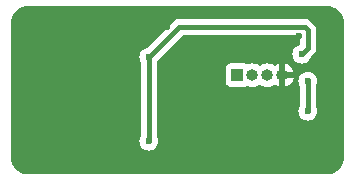
<source format=gbr>
%TF.GenerationSoftware,KiCad,Pcbnew,8.0.6*%
%TF.CreationDate,2024-12-25T17:09:27-08:00*%
%TF.ProjectId,USB_LED_Controller,5553425f-4c45-4445-9f43-6f6e74726f6c,rev?*%
%TF.SameCoordinates,Original*%
%TF.FileFunction,Copper,L2,Bot*%
%TF.FilePolarity,Positive*%
%FSLAX46Y46*%
G04 Gerber Fmt 4.6, Leading zero omitted, Abs format (unit mm)*
G04 Created by KiCad (PCBNEW 8.0.6) date 2024-12-25 17:09:27*
%MOMM*%
%LPD*%
G01*
G04 APERTURE LIST*
%TA.AperFunction,ComponentPad*%
%ADD10R,1.000000X1.000000*%
%TD*%
%TA.AperFunction,ComponentPad*%
%ADD11O,1.000000X1.000000*%
%TD*%
%TA.AperFunction,ViaPad*%
%ADD12C,0.600000*%
%TD*%
%TA.AperFunction,Conductor*%
%ADD13C,0.400000*%
%TD*%
G04 APERTURE END LIST*
D10*
%TO.P,J1,1,Pin_1*%
%TO.N,SWCLK*%
X86995000Y-69850000D03*
D11*
%TO.P,J1,2,Pin_2*%
%TO.N,SWDIO*%
X88265000Y-69850000D03*
%TO.P,J1,3,Pin_3*%
%TO.N,+3.3V*%
X89535000Y-69850000D03*
%TO.P,J1,4,Pin_4*%
%TO.N,GND*%
X90805000Y-69850000D03*
%TD*%
D12*
%TO.N,GND*%
X80772000Y-75692000D03*
X93980000Y-73152000D03*
X84582000Y-67310000D03*
X81026000Y-65786000D03*
X92202000Y-66548000D03*
%TO.N,Net-(Q1-D)*%
X92964000Y-70358000D03*
X92964000Y-72898000D03*
%TO.N,+5V*%
X92456000Y-68072000D03*
X79502000Y-68326000D03*
X79502000Y-75438000D03*
%TD*%
D13*
%TO.N,+5V*%
X92964000Y-67564000D02*
X92456000Y-68072000D01*
X92710000Y-65786000D02*
X92964000Y-66040000D01*
X82042000Y-65786000D02*
X92710000Y-65786000D01*
X92964000Y-66040000D02*
X92964000Y-67564000D01*
X79502000Y-68326000D02*
X82042000Y-65786000D01*
%TO.N,Net-(Q1-D)*%
X92964000Y-72898000D02*
X92964000Y-70358000D01*
%TO.N,+5V*%
X79502000Y-75438000D02*
X79502000Y-68326000D01*
%TD*%
%TA.AperFunction,Conductor*%
%TO.N,GND*%
G36*
X94619853Y-64000881D02*
G01*
X94824988Y-64017026D01*
X94844197Y-64020069D01*
X95039531Y-64066964D01*
X95058024Y-64072973D01*
X95210906Y-64136298D01*
X95243615Y-64149847D01*
X95260952Y-64158681D01*
X95432221Y-64263636D01*
X95447962Y-64275073D01*
X95600709Y-64405531D01*
X95614468Y-64419290D01*
X95744926Y-64572037D01*
X95756363Y-64587778D01*
X95861318Y-64759047D01*
X95870152Y-64776384D01*
X95947024Y-64961969D01*
X95953037Y-64980475D01*
X95999929Y-65175797D01*
X96002973Y-65195015D01*
X96019118Y-65400146D01*
X96019500Y-65409875D01*
X96019500Y-76830124D01*
X96019118Y-76839853D01*
X96002973Y-77044984D01*
X95999929Y-77064202D01*
X95953037Y-77259524D01*
X95947024Y-77278030D01*
X95870152Y-77463615D01*
X95861318Y-77480952D01*
X95756363Y-77652221D01*
X95744926Y-77667962D01*
X95614468Y-77820709D01*
X95600709Y-77834468D01*
X95447962Y-77964926D01*
X95432221Y-77976363D01*
X95260952Y-78081318D01*
X95243615Y-78090152D01*
X95058030Y-78167024D01*
X95039524Y-78173037D01*
X94844202Y-78219929D01*
X94824984Y-78222973D01*
X94619854Y-78239118D01*
X94610125Y-78239500D01*
X69219875Y-78239500D01*
X69210146Y-78239118D01*
X69005015Y-78222973D01*
X68985797Y-78219929D01*
X68790475Y-78173037D01*
X68771969Y-78167024D01*
X68586384Y-78090152D01*
X68569047Y-78081318D01*
X68397778Y-77976363D01*
X68382037Y-77964926D01*
X68229290Y-77834468D01*
X68215531Y-77820709D01*
X68085073Y-77667962D01*
X68073636Y-77652221D01*
X67968681Y-77480952D01*
X67959847Y-77463615D01*
X67946298Y-77430906D01*
X67882973Y-77278024D01*
X67876964Y-77259531D01*
X67830069Y-77064197D01*
X67827026Y-77044984D01*
X67810882Y-76839853D01*
X67810500Y-76830124D01*
X67810500Y-68325996D01*
X78696435Y-68325996D01*
X78696435Y-68326003D01*
X78716630Y-68505249D01*
X78716631Y-68505254D01*
X78776212Y-68675525D01*
X78782492Y-68685519D01*
X78801500Y-68751493D01*
X78801500Y-75012507D01*
X78782494Y-75078478D01*
X78776209Y-75088479D01*
X78716633Y-75258737D01*
X78716630Y-75258750D01*
X78696435Y-75437996D01*
X78696435Y-75438003D01*
X78716630Y-75617249D01*
X78716631Y-75617254D01*
X78776211Y-75787523D01*
X78872184Y-75940262D01*
X78999738Y-76067816D01*
X79152478Y-76163789D01*
X79322745Y-76223368D01*
X79322750Y-76223369D01*
X79501996Y-76243565D01*
X79502000Y-76243565D01*
X79502004Y-76243565D01*
X79681249Y-76223369D01*
X79681252Y-76223368D01*
X79681255Y-76223368D01*
X79851522Y-76163789D01*
X80004262Y-76067816D01*
X80131816Y-75940262D01*
X80227789Y-75787522D01*
X80287368Y-75617255D01*
X80307565Y-75438000D01*
X80287368Y-75258745D01*
X80287367Y-75258743D01*
X80287366Y-75258737D01*
X80227790Y-75088479D01*
X80221506Y-75078478D01*
X80202500Y-75012507D01*
X80202500Y-69302135D01*
X85994500Y-69302135D01*
X85994500Y-70397870D01*
X85994501Y-70397876D01*
X86000908Y-70457483D01*
X86051202Y-70592328D01*
X86051206Y-70592335D01*
X86137452Y-70707544D01*
X86137455Y-70707547D01*
X86252664Y-70793793D01*
X86252671Y-70793797D01*
X86387517Y-70844091D01*
X86387516Y-70844091D01*
X86394444Y-70844835D01*
X86447127Y-70850500D01*
X87542872Y-70850499D01*
X87602483Y-70844091D01*
X87737331Y-70793796D01*
X87745379Y-70787770D01*
X87810842Y-70763351D01*
X87874474Y-70776895D01*
X87874645Y-70776483D01*
X87876875Y-70777406D01*
X87878146Y-70777677D01*
X87880273Y-70778814D01*
X88068868Y-70836024D01*
X88265000Y-70855341D01*
X88461132Y-70836024D01*
X88649727Y-70778814D01*
X88823538Y-70685910D01*
X88823544Y-70685904D01*
X88828607Y-70682523D01*
X88829703Y-70684164D01*
X88885639Y-70660405D01*
X88954507Y-70672194D01*
X88971148Y-70682888D01*
X88971393Y-70682523D01*
X88976458Y-70685907D01*
X88976462Y-70685910D01*
X89092192Y-70747769D01*
X89148147Y-70777678D01*
X89150273Y-70778814D01*
X89338868Y-70836024D01*
X89535000Y-70855341D01*
X89731132Y-70836024D01*
X89919727Y-70778814D01*
X90093538Y-70685910D01*
X90093544Y-70685904D01*
X90098607Y-70682523D01*
X90099624Y-70684045D01*
X90156021Y-70660084D01*
X90224890Y-70671866D01*
X90241424Y-70682489D01*
X90241678Y-70682110D01*
X90246738Y-70685491D01*
X90420465Y-70778349D01*
X90555000Y-70819159D01*
X91055000Y-70819159D01*
X91189534Y-70778349D01*
X91363260Y-70685491D01*
X91515528Y-70560528D01*
X91640492Y-70408260D01*
X91640496Y-70408253D01*
X91667359Y-70357996D01*
X92158435Y-70357996D01*
X92158435Y-70358003D01*
X92178630Y-70537249D01*
X92178631Y-70537254D01*
X92238212Y-70707525D01*
X92244492Y-70717519D01*
X92263500Y-70783493D01*
X92263500Y-72472507D01*
X92244494Y-72538478D01*
X92238209Y-72548479D01*
X92178633Y-72718737D01*
X92178630Y-72718750D01*
X92158435Y-72897996D01*
X92158435Y-72898003D01*
X92178630Y-73077249D01*
X92178631Y-73077254D01*
X92238211Y-73247523D01*
X92334184Y-73400262D01*
X92461738Y-73527816D01*
X92614478Y-73623789D01*
X92784745Y-73683368D01*
X92784750Y-73683369D01*
X92963996Y-73703565D01*
X92964000Y-73703565D01*
X92964004Y-73703565D01*
X93143249Y-73683369D01*
X93143252Y-73683368D01*
X93143255Y-73683368D01*
X93313522Y-73623789D01*
X93466262Y-73527816D01*
X93593816Y-73400262D01*
X93689789Y-73247522D01*
X93749368Y-73077255D01*
X93769565Y-72898000D01*
X93749368Y-72718745D01*
X93749367Y-72718743D01*
X93749366Y-72718737D01*
X93689790Y-72548479D01*
X93683506Y-72538478D01*
X93664500Y-72472507D01*
X93664500Y-70783493D01*
X93683508Y-70717519D01*
X93689787Y-70707525D01*
X93689786Y-70707525D01*
X93689789Y-70707522D01*
X93749368Y-70537255D01*
X93769565Y-70358000D01*
X93749368Y-70178745D01*
X93689789Y-70008478D01*
X93593816Y-69855738D01*
X93466262Y-69728184D01*
X93313523Y-69632211D01*
X93143254Y-69572631D01*
X93143249Y-69572630D01*
X92964004Y-69552435D01*
X92963996Y-69552435D01*
X92784750Y-69572630D01*
X92784745Y-69572631D01*
X92614476Y-69632211D01*
X92461737Y-69728184D01*
X92334184Y-69855737D01*
X92238211Y-70008476D01*
X92178631Y-70178745D01*
X92178630Y-70178750D01*
X92158435Y-70357996D01*
X91667359Y-70357996D01*
X91733347Y-70234541D01*
X91774160Y-70100000D01*
X91055000Y-70100000D01*
X91055000Y-70819159D01*
X90555000Y-70819159D01*
X90555000Y-70059618D01*
X90605446Y-70110064D01*
X90679555Y-70152851D01*
X90762213Y-70175000D01*
X90847787Y-70175000D01*
X90930445Y-70152851D01*
X91004554Y-70110064D01*
X91065064Y-70049554D01*
X91107851Y-69975445D01*
X91130000Y-69892787D01*
X91130000Y-69807213D01*
X91107851Y-69724555D01*
X91065064Y-69650446D01*
X91014618Y-69600000D01*
X91055000Y-69600000D01*
X91774160Y-69600000D01*
X91774160Y-69599999D01*
X91733347Y-69465458D01*
X91640496Y-69291746D01*
X91640492Y-69291739D01*
X91515528Y-69139471D01*
X91363260Y-69014507D01*
X91363253Y-69014503D01*
X91189541Y-68921652D01*
X91055000Y-68880839D01*
X91055000Y-69600000D01*
X91014618Y-69600000D01*
X91004554Y-69589936D01*
X90930445Y-69547149D01*
X90847787Y-69525000D01*
X90762213Y-69525000D01*
X90679555Y-69547149D01*
X90605446Y-69589936D01*
X90555000Y-69640382D01*
X90555000Y-68880839D01*
X90554999Y-68880839D01*
X90420458Y-68921652D01*
X90246742Y-69014505D01*
X90241673Y-69017893D01*
X90240556Y-69016221D01*
X90184715Y-69039921D01*
X90115851Y-69028111D01*
X90098811Y-69017158D01*
X90098601Y-69017473D01*
X90093532Y-69014086D01*
X89919733Y-68921188D01*
X89919727Y-68921186D01*
X89731132Y-68863976D01*
X89731129Y-68863975D01*
X89535000Y-68844659D01*
X89338870Y-68863975D01*
X89150266Y-68921188D01*
X88976467Y-69014086D01*
X88971399Y-69017473D01*
X88970305Y-69015836D01*
X88914337Y-69039596D01*
X88845471Y-69027795D01*
X88828843Y-69017109D01*
X88828601Y-69017473D01*
X88823532Y-69014086D01*
X88649733Y-68921188D01*
X88649727Y-68921186D01*
X88461132Y-68863976D01*
X88461129Y-68863975D01*
X88265000Y-68844659D01*
X88068870Y-68863975D01*
X88013278Y-68880839D01*
X87880273Y-68921186D01*
X87880272Y-68921186D01*
X87880267Y-68921188D01*
X87878143Y-68922324D01*
X87876898Y-68922583D01*
X87874641Y-68923518D01*
X87874463Y-68923089D01*
X87809740Y-68936564D01*
X87745382Y-68912231D01*
X87737331Y-68906204D01*
X87737328Y-68906202D01*
X87602482Y-68855908D01*
X87602483Y-68855908D01*
X87542883Y-68849501D01*
X87542881Y-68849500D01*
X87542873Y-68849500D01*
X87542864Y-68849500D01*
X86447129Y-68849500D01*
X86447123Y-68849501D01*
X86387516Y-68855908D01*
X86252671Y-68906202D01*
X86252664Y-68906206D01*
X86137455Y-68992452D01*
X86137452Y-68992455D01*
X86051206Y-69107664D01*
X86051202Y-69107671D01*
X86000908Y-69242517D01*
X85994501Y-69302116D01*
X85994500Y-69302135D01*
X80202500Y-69302135D01*
X80202500Y-68751493D01*
X80221508Y-68685519D01*
X80227787Y-68675526D01*
X80227789Y-68675522D01*
X80263220Y-68574262D01*
X80264007Y-68572012D01*
X80293365Y-68525289D01*
X82295837Y-66522819D01*
X82357160Y-66489334D01*
X82383518Y-66486500D01*
X92139500Y-66486500D01*
X92206539Y-66506185D01*
X92252294Y-66558989D01*
X92263500Y-66610500D01*
X92263500Y-67203283D01*
X92243815Y-67270322D01*
X92191011Y-67316077D01*
X92180456Y-67320324D01*
X92106476Y-67346211D01*
X92106475Y-67346212D01*
X91953737Y-67442184D01*
X91826184Y-67569737D01*
X91730211Y-67722476D01*
X91670631Y-67892745D01*
X91670630Y-67892750D01*
X91650435Y-68071996D01*
X91650435Y-68072003D01*
X91670630Y-68251249D01*
X91670631Y-68251254D01*
X91730211Y-68421523D01*
X91824772Y-68572015D01*
X91826184Y-68574262D01*
X91953738Y-68701816D01*
X92106478Y-68797789D01*
X92272573Y-68855908D01*
X92276745Y-68857368D01*
X92276750Y-68857369D01*
X92455996Y-68877565D01*
X92456000Y-68877565D01*
X92456004Y-68877565D01*
X92635249Y-68857369D01*
X92635252Y-68857368D01*
X92635255Y-68857368D01*
X92805522Y-68797789D01*
X92958262Y-68701816D01*
X93085816Y-68574262D01*
X93181789Y-68421522D01*
X93218008Y-68318011D01*
X93247366Y-68271289D01*
X93508113Y-68010543D01*
X93519041Y-67994189D01*
X93584775Y-67895811D01*
X93637580Y-67768328D01*
X93646701Y-67722476D01*
X93664500Y-67632995D01*
X93664500Y-65971004D01*
X93637581Y-65835676D01*
X93637580Y-65835674D01*
X93637580Y-65835672D01*
X93633240Y-65825194D01*
X93625093Y-65805525D01*
X93625081Y-65805498D01*
X93584778Y-65708196D01*
X93584777Y-65708195D01*
X93584775Y-65708189D01*
X93508114Y-65593457D01*
X93508112Y-65593454D01*
X93156545Y-65241887D01*
X93041807Y-65165222D01*
X92914332Y-65112421D01*
X92914322Y-65112418D01*
X92778996Y-65085500D01*
X92778994Y-65085500D01*
X92778993Y-65085500D01*
X81973007Y-65085500D01*
X81973003Y-65085500D01*
X81864590Y-65107065D01*
X81864589Y-65107065D01*
X81851131Y-65109742D01*
X81837673Y-65112419D01*
X81784866Y-65134291D01*
X81784866Y-65134292D01*
X81737774Y-65153798D01*
X81710186Y-65165226D01*
X81700034Y-65172010D01*
X81699923Y-65172084D01*
X81595457Y-65241886D01*
X81595453Y-65241889D01*
X79302712Y-67534630D01*
X79255987Y-67563990D01*
X79152479Y-67600209D01*
X78999737Y-67696184D01*
X78872184Y-67823737D01*
X78776211Y-67976476D01*
X78716631Y-68146745D01*
X78716630Y-68146750D01*
X78696435Y-68325996D01*
X67810500Y-68325996D01*
X67810500Y-65409875D01*
X67810882Y-65400146D01*
X67815686Y-65339108D01*
X67827026Y-65195009D01*
X67830068Y-65175803D01*
X67876965Y-64980464D01*
X67882971Y-64961979D01*
X67959848Y-64776380D01*
X67968681Y-64759047D01*
X68073636Y-64587778D01*
X68085073Y-64572037D01*
X68215531Y-64419290D01*
X68229290Y-64405531D01*
X68382037Y-64275073D01*
X68397778Y-64263636D01*
X68569050Y-64158679D01*
X68586380Y-64149848D01*
X68771979Y-64072971D01*
X68790464Y-64066965D01*
X68985803Y-64020068D01*
X69005009Y-64017026D01*
X69210146Y-64000881D01*
X69219875Y-64000500D01*
X69280892Y-64000500D01*
X94549108Y-64000500D01*
X94610125Y-64000500D01*
X94619853Y-64000881D01*
G37*
%TD.AperFunction*%
%TD*%
M02*

</source>
